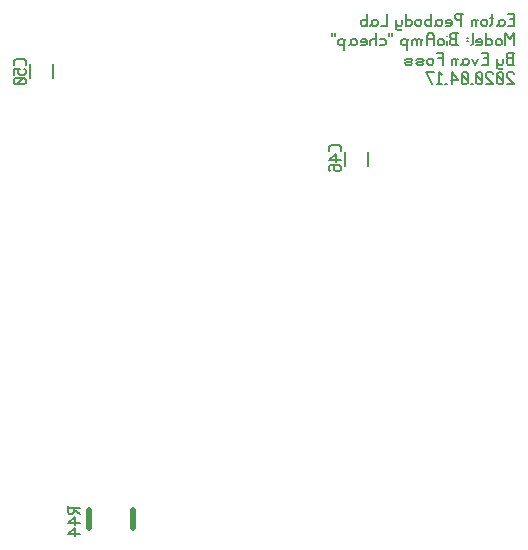
<source format=gbo>
G04 start of page 2 for group 10 layer_idx 5 *
G04 Title: (unknown), bottom_silk *
G04 Creator: pcb-rnd 2.2.1 *
G04 CreationDate: 2020-05-28 20:16:37 UTC *
G04 For:  *
G04 Format: Gerber/RS-274X *
G04 PCB-Dimensions: 500000 500000 *
G04 PCB-Coordinate-Origin: lower left *
%MOIN*%
%FSLAX25Y25*%
%LNBOTTOM_SILK_NONE_10*%
%ADD64C,0.0070*%
%ADD63C,0.0197*%
%ADD62C,0.0080*%
G54D62*X222240Y342138D02*Y346862D01*
X214760Y342138D02*Y346862D01*
G54D63*X143783Y221547D02*Y227453D01*
X129217Y221547D02*Y227453D01*
G54D62*X117240Y371638D02*Y376362D01*
X109760Y371638D02*Y376362D01*
G54D64*X271000Y391200D02*X269500D01*
X271000Y389000D02*X269000D01*
X271000Y393000D02*Y389000D01*
Y393000D02*X269000D01*
X266300Y391000D02*X265800Y390500D01*
X267300Y391000D02*X266300D01*
X267800Y390500D02*X267300Y391000D01*
X267800Y390500D02*Y389500D01*
X267300Y389000D01*
X265800Y391000D02*Y389500D01*
X265300Y389000D01*
X267300D02*X266300D01*
X265800Y389500D01*
X263600Y393000D02*Y389500D01*
X263100Y389000D01*
X264100Y391500D02*X263100D01*
X262100Y390500D02*Y389500D01*
Y390500D02*X261600Y391000D01*
X260600D01*
X260100Y390500D01*
Y389500D01*
X260600Y389000D02*X260100Y389500D01*
X261600Y389000D02*X260600D01*
X262100Y389500D02*X261600Y389000D01*
X258400Y390500D02*Y389000D01*
Y390500D02*X257900Y391000D01*
X257400D01*
X256900Y390500D01*
Y389000D01*
X258900Y391000D02*X258400Y390500D01*
X253400Y393000D02*Y389000D01*
X253900Y393000D02*X251900D01*
X251400Y392500D01*
Y391500D01*
X251900Y391000D02*X251400Y391500D01*
X253400Y391000D02*X251900D01*
X249700Y389000D02*X248200D01*
X250200Y389500D02*X249700Y389000D01*
X250200Y390500D02*Y389500D01*
Y390500D02*X249700Y391000D01*
X248700D01*
X248200Y390500D01*
X250200Y390000D02*X248200D01*
Y390500D01*
X245500Y391000D02*X245000Y390500D01*
X246500Y391000D02*X245500D01*
X247000Y390500D02*X246500Y391000D01*
X247000Y390500D02*Y389500D01*
X246500Y389000D01*
X245000Y391000D02*Y389500D01*
X244500Y389000D01*
X246500D02*X245500D01*
X245000Y389500D01*
X243300Y393000D02*Y389000D01*
Y389500D02*X242800Y389000D01*
X241800D01*
X241300Y389500D01*
Y390500D02*Y389500D01*
X241800Y391000D02*X241300Y390500D01*
X242800Y391000D02*X241800D01*
X243300Y390500D02*X242800Y391000D01*
X240100Y390500D02*Y389500D01*
Y390500D02*X239600Y391000D01*
X238600D01*
X238100Y390500D01*
Y389500D01*
X238600Y389000D02*X238100Y389500D01*
X239600Y389000D02*X238600D01*
X240100Y389500D02*X239600Y389000D01*
X234900Y393000D02*Y389000D01*
X235400D02*X234900Y389500D01*
X236400Y389000D02*X235400D01*
X236900Y389500D02*X236400Y389000D01*
X236900Y390500D02*Y389500D01*
Y390500D02*X236400Y391000D01*
X235400D01*
X234900Y390500D01*
X233700Y391000D02*Y389500D01*
X233200Y389000D01*
X231700Y391000D02*Y388000D01*
X232200Y387500D02*X231700Y388000D01*
X233200Y387500D02*X232200D01*
X233700Y388000D02*X233200Y387500D01*
Y389000D02*X232200D01*
X231700Y389500D01*
X228700Y393000D02*Y389000D01*
X226700D01*
X224000Y391000D02*X223500Y390500D01*
X225000Y391000D02*X224000D01*
X225500Y390500D02*X225000Y391000D01*
X225500Y390500D02*Y389500D01*
X225000Y389000D01*
X223500Y391000D02*Y389500D01*
X223000Y389000D01*
X225000D02*X224000D01*
X223500Y389500D01*
X221800Y393000D02*Y389000D01*
Y389500D02*X221300Y389000D01*
X220300D01*
X219800Y389500D01*
Y390500D02*Y389500D01*
X220300Y391000D02*X219800Y390500D01*
X221300Y391000D02*X220300D01*
X221800Y390500D02*X221300Y391000D01*
X271000Y376000D02*X269000D01*
X268500Y376500D01*
Y377700D02*Y376500D01*
X269000Y378200D02*X268500Y377700D01*
X270500Y378200D02*X269000D01*
X270500Y380000D02*Y376000D01*
X271000Y380000D02*X269000D01*
X268500Y379500D01*
Y378700D01*
X269000Y378200D02*X268500Y378700D01*
X267300Y378000D02*Y376500D01*
X266800Y376000D01*
X265300Y378000D02*Y375000D01*
X265800Y374500D02*X265300Y375000D01*
X266800Y374500D02*X265800D01*
X267300Y375000D02*X266800Y374500D01*
Y376000D02*X265800D01*
X265300Y376500D01*
X262300Y378200D02*X260800D01*
X262300Y376000D02*X260300D01*
X262300Y380000D02*Y376000D01*
Y380000D02*X260300D01*
X259100Y378000D02*X258100Y376000D01*
X257100Y378000D02*X258100Y376000D01*
X254400Y378000D02*X253900Y377500D01*
X255400Y378000D02*X254400D01*
X255900Y377500D02*X255400Y378000D01*
X255900Y377500D02*Y376500D01*
X255400Y376000D01*
X253900Y378000D02*Y376500D01*
X253400Y376000D01*
X255400D02*X254400D01*
X253900Y376500D01*
X251700Y377500D02*Y376000D01*
Y377500D02*X251200Y378000D01*
X250700D01*
X250200Y377500D01*
Y376000D01*
X252200Y378000D02*X251700Y377500D01*
X247200Y380000D02*Y376000D01*
Y380000D02*X245200D01*
X247200Y378200D02*X245700D01*
X244000Y377500D02*Y376500D01*
Y377500D02*X243500Y378000D01*
X242500D01*
X242000Y377500D01*
Y376500D01*
X242500Y376000D02*X242000Y376500D01*
X243500Y376000D02*X242500D01*
X244000Y376500D02*X243500Y376000D01*
X240300D02*X238800D01*
X238300Y376500D01*
X238800Y377000D02*X238300Y376500D01*
X240300Y377000D02*X238800D01*
X240800Y377500D02*X240300Y377000D01*
X240800Y377500D02*X240300Y378000D01*
X238800D01*
X238300Y377500D01*
X240800Y376500D02*X240300Y376000D01*
X236600D02*X235100D01*
X234600Y376500D01*
X235100Y377000D02*X234600Y376500D01*
X236600Y377000D02*X235100D01*
X237100Y377500D02*X236600Y377000D01*
X237100Y377500D02*X236600Y378000D01*
X235100D01*
X234600Y377500D01*
X237100Y376500D02*X236600Y376000D01*
X271000Y386500D02*Y382500D01*
Y386500D02*X269500Y384500D01*
X268000Y386500D01*
Y382500D01*
X266800Y384000D02*Y383000D01*
Y384000D02*X266300Y384500D01*
X265300D01*
X264800Y384000D01*
Y383000D01*
X265300Y382500D02*X264800Y383000D01*
X266300Y382500D02*X265300D01*
X266800Y383000D02*X266300Y382500D01*
X261600Y386500D02*Y382500D01*
X262100D02*X261600Y383000D01*
X263100Y382500D02*X262100D01*
X263600Y383000D02*X263100Y382500D01*
X263600Y384000D02*Y383000D01*
Y384000D02*X263100Y384500D01*
X262100D01*
X261600Y384000D01*
X259900Y382500D02*X258400D01*
X260400Y383000D02*X259900Y382500D01*
X260400Y384000D02*Y383000D01*
Y384000D02*X259900Y384500D01*
X258900D01*
X258400Y384000D01*
X260400Y383500D02*X258400D01*
Y384000D01*
X257200Y386500D02*Y383000D01*
X256700Y382500D01*
X255700Y385000D02*X255200D01*
X255700Y384000D02*X255200D01*
X252200Y382500D02*X250200D01*
X249700Y383000D01*
Y384200D02*Y383000D01*
X250200Y384700D02*X249700Y384200D01*
X251700Y384700D02*X250200D01*
X251700Y386500D02*Y382500D01*
X252200Y386500D02*X250200D01*
X249700Y386000D01*
Y385200D01*
X250200Y384700D02*X249700Y385200D01*
X248500Y385500D02*Y385400D01*
Y384000D02*Y382500D01*
X247500Y384000D02*Y383000D01*
Y384000D02*X247000Y384500D01*
X246000D01*
X245500Y384000D01*
Y383000D01*
X246000Y382500D02*X245500Y383000D01*
X247000Y382500D02*X246000D01*
X247500Y383000D02*X247000Y382500D01*
X244300Y385500D02*Y382500D01*
Y385500D02*X243600Y386500D01*
X242500D01*
X241800Y385500D01*
Y382500D01*
X244300Y384500D02*X241800D01*
X240100Y384000D02*Y382500D01*
Y384000D02*X239600Y384500D01*
X239100D01*
X238600Y384000D01*
Y382500D01*
Y384000D02*X238100Y384500D01*
X237600D01*
X237100Y384000D01*
Y382500D01*
X240600Y384500D02*X240100Y384000D01*
X235400D02*Y381000D01*
X235900Y384500D02*X235400Y384000D01*
X234900Y384500D01*
X233900D01*
X233400Y384000D01*
Y383000D01*
X233900Y382500D02*X233400Y383000D01*
X234900Y382500D02*X233900D01*
X235400Y383000D02*X234900Y382500D01*
X230400Y386500D02*Y385500D01*
X229400Y386500D02*Y385500D01*
X227700Y384500D02*X226200D01*
X228200Y384000D02*X227700Y384500D01*
X228200Y384000D02*Y383000D01*
X227700Y382500D01*
X226200D01*
X225000Y386500D02*Y382500D01*
Y384000D02*X224500Y384500D01*
X223500D01*
X223000Y384000D01*
Y382500D01*
X221300D02*X219800D01*
X221800Y383000D02*X221300Y382500D01*
X221800Y384000D02*Y383000D01*
Y384000D02*X221300Y384500D01*
X220300D01*
X219800Y384000D01*
X221800Y383500D02*X219800D01*
Y384000D01*
X217100Y384500D02*X216600Y384000D01*
X218100Y384500D02*X217100D01*
X218600Y384000D02*X218100Y384500D01*
X218600Y384000D02*Y383000D01*
X218100Y382500D01*
X216600Y384500D02*Y383000D01*
X216100Y382500D01*
X218100D02*X217100D01*
X216600Y383000D01*
X214400Y384000D02*Y381000D01*
X214900Y384500D02*X214400Y384000D01*
X213900Y384500D01*
X212900D01*
X212400Y384000D01*
Y383000D01*
X212900Y382500D02*X212400Y383000D01*
X213900Y382500D02*X212900D01*
X214400Y383000D02*X213900Y382500D01*
X211200Y386500D02*Y385500D01*
X210200Y386500D02*Y385500D01*
X213150Y348650D02*Y347350D01*
X212450Y349350D02*X213150Y348650D01*
X209850Y349350D02*X212450D01*
X209850D02*X209150Y348650D01*
Y347350D01*
X211650Y346150D02*X209150Y344150D01*
X211650Y346150D02*Y343650D01*
X209150Y344150D02*X213150D01*
X209150Y340950D02*X209650Y340450D01*
X209150Y341950D02*Y340950D01*
X209650Y342450D02*X209150Y341950D01*
X209650Y342450D02*X212650D01*
X213150Y341950D01*
X210950Y340950D02*X211450Y340450D01*
X210950Y342450D02*Y340950D01*
X213150Y341950D02*Y340950D01*
X212650Y340450D01*
X211450D02*X212650D01*
X271000Y373000D02*X270500Y373500D01*
X269000D01*
X268500Y373000D01*
Y372000D01*
X271000Y369500D02*X268500Y372000D01*
X271000Y369500D02*X268500D01*
X267300Y370000D02*X266800Y369500D01*
X267300Y373000D02*Y370000D01*
Y373000D02*X266800Y373500D01*
X265800D01*
X265300Y373000D01*
Y370000D01*
X265800Y369500D02*X265300Y370000D01*
X266800Y369500D02*X265800D01*
X267300Y370500D02*X265300Y372500D01*
X264100Y373000D02*X263600Y373500D01*
X262100D01*
X261600Y373000D01*
Y372000D01*
X264100Y369500D02*X261600Y372000D01*
X264100Y369500D02*X261600D01*
X260400Y370000D02*X259900Y369500D01*
X260400Y373000D02*Y370000D01*
Y373000D02*X259900Y373500D01*
X258900D01*
X258400Y373000D01*
Y370000D01*
X258900Y369500D02*X258400Y370000D01*
X259900Y369500D02*X258900D01*
X260400Y370500D02*X258400Y372500D01*
X257200Y369500D02*X256700D01*
X255500Y370000D02*X255000Y369500D01*
X255500Y373000D02*Y370000D01*
Y373000D02*X255000Y373500D01*
X254000D01*
X253500Y373000D01*
Y370000D01*
X254000Y369500D02*X253500Y370000D01*
X255000Y369500D02*X254000D01*
X255500Y370500D02*X253500Y372500D01*
X252300Y371000D02*X250300Y373500D01*
X252300Y371000D02*X249800D01*
X250300Y373500D02*Y369500D01*
X248600D02*X248100D01*
X246900Y372700D02*X246100Y373500D01*
Y369500D01*
X246900D02*X245400D01*
X243700D02*X241700Y373500D01*
X244200D02*X241700D01*
X122248Y228850D02*Y226850D01*
X122748Y226350D01*
X123748D01*
X124248Y226850D02*X123748Y226350D01*
X124248Y228350D02*Y226850D01*
X122248Y228350D02*X126248D01*
X124248Y227550D02*X126248Y226350D01*
X124748Y225150D02*X122248Y223150D01*
X124748Y225150D02*Y222650D01*
X122248Y223150D02*X126248D01*
X124748Y221450D02*X122248Y219450D01*
X124748Y221450D02*Y218950D01*
X122248Y219450D02*X126248D01*
X108150Y377150D02*Y375850D01*
X107450Y377850D02*X108150Y377150D01*
X104850Y377850D02*X107450D01*
X104850D02*X104150Y377150D01*
Y375850D01*
Y374650D02*Y372650D01*
Y374650D02*X106150D01*
X105650Y374150D01*
Y373150D01*
X106150Y372650D01*
X107650D01*
X108150Y373150D02*X107650Y372650D01*
X108150Y374150D02*Y373150D01*
X107650Y374650D02*X108150Y374150D01*
X107650Y371450D02*X108150Y370950D01*
X104650Y371450D02*X107650D01*
X104650D02*X104150Y370950D01*
Y369950D01*
X104650Y369450D01*
X107650D01*
X108150Y369950D02*X107650Y369450D01*
X108150Y370950D02*Y369950D01*
X107150Y371450D02*X105150Y369450D01*
M02*

</source>
